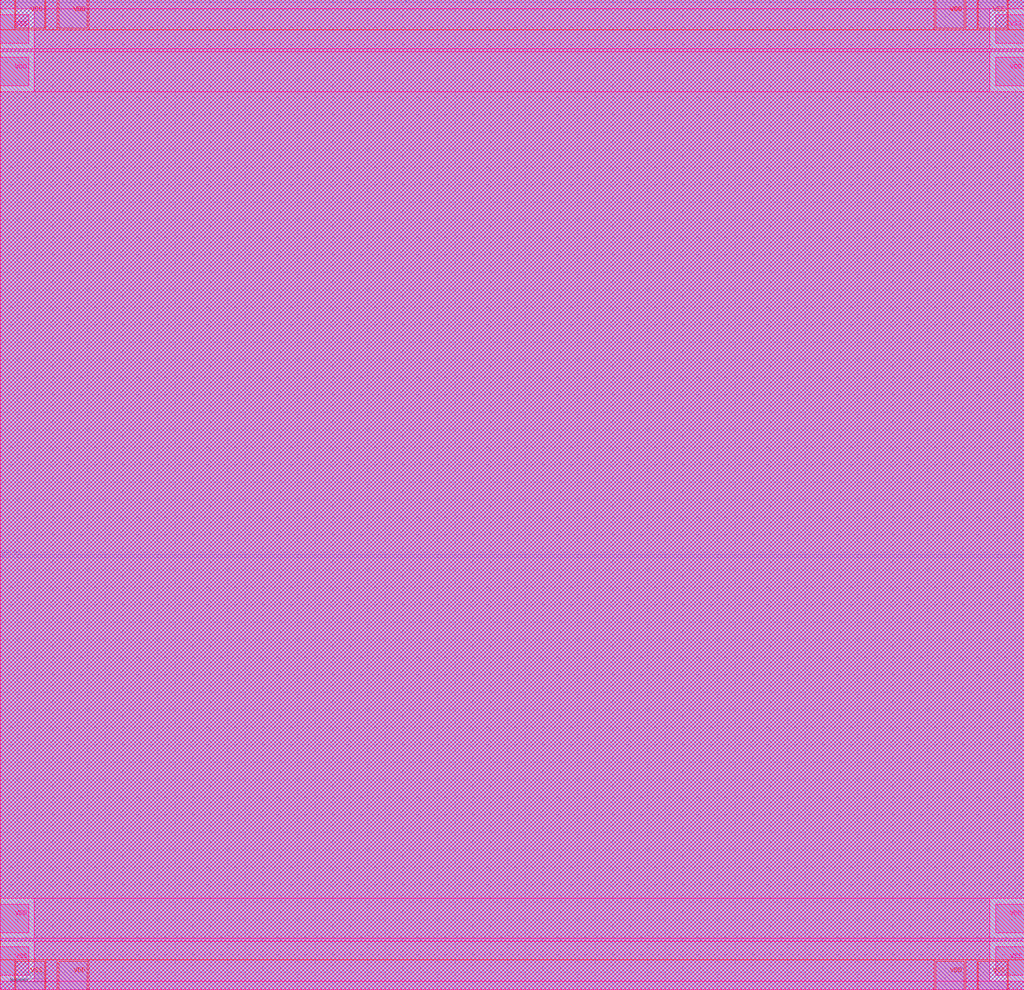
<source format=lef>
###############################################################
#  Generated by:      Cadence Innovus 20.13-s083_1
#  OS:                Linux x86_64(Host ID iron-502-26)
#  Generated on:      Thu Sep  1 14:08:37 2022
#  Design:            bgr_top
#  Command:           write_lef_abstract -5.8 -extractBlockObs ../../interface/gen-0-id-2/bgr_top.lef
###############################################################

VERSION 5.8 ;

BUSBITCHARS "[]" ;
DIVIDERCHAR "/" ;

MACRO bgr_top
  CLASS BLOCK ;
  SIZE 292.560000 BY 282.880000 ;
  FOREIGN bgr_top 0.000000 0.000000 ;
  ORIGIN 0 0 ;
  SYMMETRY X Y R90 ;
  PIN porst
    DIRECTION INOUT ;
    USE SIGNAL ;
    PORT
      LAYER met1 ;
        RECT 0.000000 123.860000 0.595000 124.000000 ;
    END
  END porst
  PIN vbg
    DIRECTION INOUT ;
    USE SIGNAL ;
    PORT
      LAYER met2 ;
        RECT 116.080000 282.395000 116.220000 282.880000 ;
    END
  END vbg
  PIN VDD
    DIRECTION INOUT ;
    USE POWER ;
    PORT
      LAYER met5 ;
        RECT 284.400000 258.240000 292.560000 266.400000 ;
    END
    PORT
      LAYER met5 ;
        RECT 0.000000 258.240000 8.160000 266.400000 ;
    END
    PORT
      LAYER met5 ;
        RECT 284.400000 16.320000 292.560000 24.480000 ;
    END
    PORT
      LAYER met5 ;
        RECT 0.000000 16.320000 8.160000 24.480000 ;
    END
    PORT
      LAYER met4 ;
        RECT 267.280000 274.720000 275.440000 282.880000 ;
    END
    PORT
      LAYER met4 ;
        RECT 267.280000 0.000000 275.440000 8.160000 ;
    END
    PORT
      LAYER met4 ;
        RECT 16.740000 274.720000 24.900000 282.880000 ;
    END
    PORT
      LAYER met4 ;
        RECT 16.740000 0.000000 24.900000 8.160000 ;
    END
  END VDD
  PIN VSS
    DIRECTION INOUT ;
    USE GROUND ;
    PORT
      LAYER met5 ;
        RECT 284.400000 270.480000 292.560000 278.640000 ;
    END
    PORT
      LAYER met5 ;
        RECT 0.000000 270.480000 8.160000 278.640000 ;
    END
    PORT
      LAYER met5 ;
        RECT 284.400000 4.080000 292.560000 12.240000 ;
    END
    PORT
      LAYER met5 ;
        RECT 0.000000 4.080000 8.160000 12.240000 ;
    END
    PORT
      LAYER met4 ;
        RECT 279.520000 274.720000 287.680000 282.880000 ;
    END
    PORT
      LAYER met4 ;
        RECT 279.520000 0.000000 287.680000 8.160000 ;
    END
    PORT
      LAYER met4 ;
        RECT 4.500000 274.720000 12.660000 282.880000 ;
    END
    PORT
      LAYER met4 ;
        RECT 4.500000 0.000000 12.660000 8.160000 ;
    END
  END VSS
  OBS
    LAYER li1 ;
      RECT 0.000000 0.000000 292.560000 282.880000 ;
    LAYER met1 ;
      RECT 0.000000 124.280000 292.560000 282.880000 ;
      RECT 0.875000 123.580000 292.560000 124.280000 ;
      RECT 0.000000 0.000000 292.560000 123.580000 ;
    LAYER met2 ;
      RECT 116.500000 282.115000 292.560000 282.880000 ;
      RECT 0.000000 282.115000 115.800000 282.880000 ;
      RECT 0.000000 0.000000 292.560000 282.115000 ;
    LAYER met3 ;
      RECT 0.000000 0.000000 292.560000 282.880000 ;
    LAYER met4 ;
      RECT 288.080000 274.320000 292.560000 282.880000 ;
      RECT 275.840000 274.320000 279.120000 282.880000 ;
      RECT 25.300000 274.320000 266.880000 282.880000 ;
      RECT 13.060000 274.320000 16.340000 282.880000 ;
      RECT 0.000000 274.320000 4.100000 282.880000 ;
      RECT 0.000000 8.560000 292.560000 274.320000 ;
      RECT 288.080000 0.000000 292.560000 8.560000 ;
      RECT 275.840000 0.000000 279.120000 8.560000 ;
      RECT 25.300000 0.000000 266.880000 8.560000 ;
      RECT 13.060000 0.000000 16.340000 8.560000 ;
      RECT 0.000000 0.000000 4.100000 8.560000 ;
    LAYER met5 ;
      RECT 0.000000 280.240000 292.560000 282.880000 ;
      RECT 9.760000 268.880000 282.800000 280.240000 ;
      RECT 0.000000 268.000000 292.560000 268.880000 ;
      RECT 9.760000 256.640000 282.800000 268.000000 ;
      RECT 0.000000 26.080000 292.560000 256.640000 ;
      RECT 9.760000 14.720000 282.800000 26.080000 ;
      RECT 0.000000 13.840000 292.560000 14.720000 ;
      RECT 9.760000 2.480000 282.800000 13.840000 ;
      RECT 0.000000 0.000000 292.560000 2.480000 ;
  END
END bgr_top

END LIBRARY

</source>
